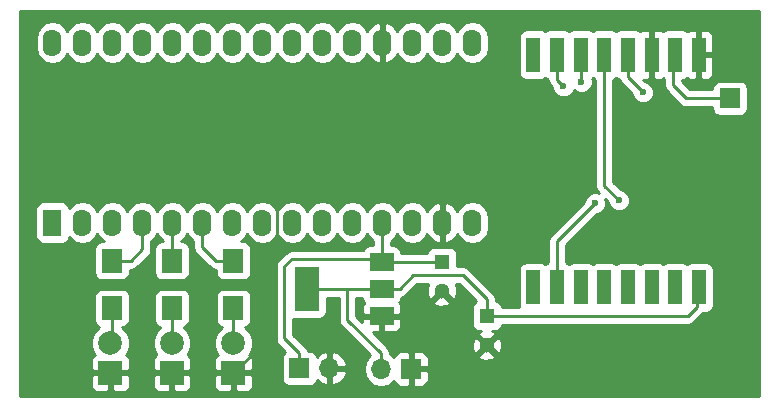
<source format=gtl>
G04 #@! TF.FileFunction,Copper,L1,Top,Signal*
%FSLAX46Y46*%
G04 Gerber Fmt 4.6, Leading zero omitted, Abs format (unit mm)*
G04 Created by KiCad (PCBNEW 4.0.5-e0-6337~49~ubuntu16.04.1) date Wed Jan 18 11:42:35 2017*
%MOMM*%
%LPD*%
G01*
G04 APERTURE LIST*
%ADD10C,0.100000*%
%ADD11R,1.200000X3.000000*%
%ADD12R,1.300000X1.300000*%
%ADD13C,1.300000*%
%ADD14R,2.000000X2.000000*%
%ADD15C,2.000000*%
%ADD16R,1.700000X1.700000*%
%ADD17R,1.700000X2.000000*%
%ADD18R,2.000000X3.800000*%
%ADD19R,2.000000X1.500000*%
%ADD20R,1.574800X2.286000*%
%ADD21O,1.574800X2.286000*%
%ADD22O,1.700000X1.700000*%
%ADD23C,0.600000*%
%ADD24C,0.250000*%
%ADD25C,0.254000*%
G04 APERTURE END LIST*
D10*
D11*
X170180000Y-118113000D03*
X172180000Y-118113000D03*
X174180000Y-118113000D03*
X176180000Y-118113000D03*
X178180000Y-118113000D03*
X180180000Y-118113000D03*
X182180000Y-118113000D03*
X184180000Y-118113000D03*
X184180000Y-98413000D03*
X182180000Y-98413000D03*
X180180000Y-98413000D03*
X178180000Y-98413000D03*
X176180000Y-98413000D03*
X174180000Y-98413000D03*
X172180000Y-98413000D03*
X170180000Y-98413000D03*
D12*
X162433000Y-115951000D03*
D13*
X162433000Y-118451000D03*
D12*
X166243000Y-120523000D03*
D13*
X166243000Y-123023000D03*
D14*
X134366000Y-125349000D03*
D15*
X134366000Y-122809000D03*
D14*
X139573000Y-125349000D03*
D15*
X139573000Y-122809000D03*
D14*
X144780000Y-125349000D03*
D15*
X144780000Y-122809000D03*
D16*
X186817000Y-102108000D03*
D17*
X134493000Y-119856000D03*
X134493000Y-115856000D03*
X139573000Y-119856000D03*
X139573000Y-115856000D03*
X144780000Y-119856000D03*
X144780000Y-115856000D03*
D18*
X151028000Y-118237000D03*
D19*
X157328000Y-118237000D03*
X157328000Y-115937000D03*
X157328000Y-120537000D03*
D20*
X129451100Y-112623600D03*
D21*
X131991100Y-112623600D03*
X134531100Y-112623600D03*
X137071100Y-112623600D03*
X139611100Y-112623600D03*
X142151100Y-112623600D03*
X144691100Y-112623600D03*
X147231100Y-112623600D03*
X149771100Y-112623600D03*
X152311100Y-112623600D03*
X154851100Y-112623600D03*
X157391100Y-112623600D03*
X159931100Y-112623600D03*
X162471100Y-112623600D03*
X165011100Y-112623600D03*
X165011100Y-97383600D03*
X162471100Y-97383600D03*
X159931100Y-97383600D03*
X157391100Y-97383600D03*
X154851100Y-97383600D03*
X152311100Y-97383600D03*
X149771100Y-97383600D03*
X147231100Y-97383600D03*
X144691100Y-97383600D03*
X142151100Y-97383600D03*
X139611100Y-97383600D03*
X137071100Y-97383600D03*
X134531100Y-97383600D03*
X131991100Y-97383600D03*
X129451100Y-97383600D03*
D16*
X150368000Y-124968000D03*
D22*
X152908000Y-124968000D03*
D16*
X159816800Y-125018800D03*
D22*
X157276800Y-125018800D03*
D23*
X175387000Y-110998000D03*
X179451000Y-101600000D03*
X177419000Y-110744000D03*
X174244000Y-100711000D03*
X172720000Y-101092000D03*
D24*
X150368000Y-124968000D02*
X150368000Y-123698000D01*
X149733000Y-115697000D02*
X157088000Y-115697000D01*
X149098000Y-116332000D02*
X149733000Y-115697000D01*
X149098000Y-122428000D02*
X149098000Y-116332000D01*
X150368000Y-123698000D02*
X149098000Y-122428000D01*
X157088000Y-115697000D02*
X157328000Y-115937000D01*
X157328000Y-115937000D02*
X157328000Y-112686700D01*
X157328000Y-112686700D02*
X157391100Y-112623600D01*
X162433000Y-115951000D02*
X157342000Y-115951000D01*
X157342000Y-115951000D02*
X157328000Y-115937000D01*
X147002500Y-123126500D02*
X147320000Y-122809000D01*
X144780000Y-125349000D02*
X147002500Y-123126500D01*
X147320000Y-122809000D02*
X147320000Y-122936000D01*
X162471100Y-111036100D02*
X162471100Y-112623600D01*
X162052000Y-110617000D02*
X162471100Y-111036100D01*
X148971000Y-110617000D02*
X162052000Y-110617000D01*
X148463000Y-111125000D02*
X148971000Y-110617000D01*
X148463000Y-113919000D02*
X148463000Y-111125000D01*
X147320000Y-115062000D02*
X148463000Y-113919000D01*
X147320000Y-122936000D02*
X147320000Y-115062000D01*
X134493000Y-119856000D02*
X134493000Y-122682000D01*
X134493000Y-122682000D02*
X134366000Y-122809000D01*
X139573000Y-119856000D02*
X139573000Y-122809000D01*
X144780000Y-119856000D02*
X144780000Y-122809000D01*
X182000000Y-98700000D02*
X182000000Y-100974000D01*
X183134000Y-102108000D02*
X186817000Y-102108000D01*
X182000000Y-100974000D02*
X183134000Y-102108000D01*
X134493000Y-115856000D02*
X136112000Y-115856000D01*
X137071100Y-114896900D02*
X137071100Y-112623600D01*
X136112000Y-115856000D02*
X137071100Y-114896900D01*
X137000000Y-112694700D02*
X137071100Y-112623600D01*
X139611100Y-112623600D02*
X139611100Y-115817900D01*
X139611100Y-115817900D02*
X139573000Y-115856000D01*
X142151100Y-112623600D02*
X142151100Y-114719100D01*
X143288000Y-115856000D02*
X144780000Y-115856000D01*
X142151100Y-114719100D02*
X143288000Y-115856000D01*
X142151100Y-112623600D02*
X142151100Y-113322100D01*
X157276800Y-125018800D02*
X157276800Y-123698000D01*
X154432000Y-120853200D02*
X154432000Y-118237000D01*
X157276800Y-123698000D02*
X154432000Y-120853200D01*
X184000000Y-118400000D02*
X184000000Y-119784000D01*
X167132000Y-120523000D02*
X166243000Y-120523000D01*
X183261000Y-120523000D02*
X167132000Y-120523000D01*
X184000000Y-119784000D02*
X183261000Y-120523000D01*
X166243000Y-120523000D02*
X166243000Y-119126000D01*
X158877000Y-118237000D02*
X157328000Y-118237000D01*
X166243000Y-119126000D02*
X164211000Y-117094000D01*
X164211000Y-117094000D02*
X160020000Y-117094000D01*
X160020000Y-117094000D02*
X158877000Y-118237000D01*
X157328000Y-118237000D02*
X158242000Y-118237000D01*
X151028000Y-118237000D02*
X154432000Y-118237000D01*
X154432000Y-118237000D02*
X157328000Y-118237000D01*
X172180000Y-114205000D02*
X172180000Y-118113000D01*
X175387000Y-110998000D02*
X172180000Y-114205000D01*
X178180000Y-100329000D02*
X178180000Y-98413000D01*
X179451000Y-101600000D02*
X178180000Y-100329000D01*
X176180000Y-98413000D02*
X176180000Y-109505000D01*
X176180000Y-109505000D02*
X177419000Y-110744000D01*
X174180000Y-100647000D02*
X174180000Y-98413000D01*
X174244000Y-100711000D02*
X174180000Y-100647000D01*
X172180000Y-98413000D02*
X172180000Y-100552000D01*
X172180000Y-100552000D02*
X172720000Y-101092000D01*
D25*
G36*
X189290000Y-127290000D02*
X126710000Y-127290000D01*
X126710000Y-125634750D01*
X132731000Y-125634750D01*
X132731000Y-126475310D01*
X132827673Y-126708699D01*
X133006302Y-126887327D01*
X133239691Y-126984000D01*
X134080250Y-126984000D01*
X134239000Y-126825250D01*
X134239000Y-125476000D01*
X134493000Y-125476000D01*
X134493000Y-126825250D01*
X134651750Y-126984000D01*
X135492309Y-126984000D01*
X135725698Y-126887327D01*
X135904327Y-126708699D01*
X136001000Y-126475310D01*
X136001000Y-125634750D01*
X137938000Y-125634750D01*
X137938000Y-126475310D01*
X138034673Y-126708699D01*
X138213302Y-126887327D01*
X138446691Y-126984000D01*
X139287250Y-126984000D01*
X139446000Y-126825250D01*
X139446000Y-125476000D01*
X139700000Y-125476000D01*
X139700000Y-126825250D01*
X139858750Y-126984000D01*
X140699309Y-126984000D01*
X140932698Y-126887327D01*
X141111327Y-126708699D01*
X141208000Y-126475310D01*
X141208000Y-125634750D01*
X143145000Y-125634750D01*
X143145000Y-126475310D01*
X143241673Y-126708699D01*
X143420302Y-126887327D01*
X143653691Y-126984000D01*
X144494250Y-126984000D01*
X144653000Y-126825250D01*
X144653000Y-125476000D01*
X144907000Y-125476000D01*
X144907000Y-126825250D01*
X145065750Y-126984000D01*
X145906309Y-126984000D01*
X146139698Y-126887327D01*
X146318327Y-126708699D01*
X146415000Y-126475310D01*
X146415000Y-125634750D01*
X146256250Y-125476000D01*
X144907000Y-125476000D01*
X144653000Y-125476000D01*
X143303750Y-125476000D01*
X143145000Y-125634750D01*
X141208000Y-125634750D01*
X141049250Y-125476000D01*
X139700000Y-125476000D01*
X139446000Y-125476000D01*
X138096750Y-125476000D01*
X137938000Y-125634750D01*
X136001000Y-125634750D01*
X135842250Y-125476000D01*
X134493000Y-125476000D01*
X134239000Y-125476000D01*
X132889750Y-125476000D01*
X132731000Y-125634750D01*
X126710000Y-125634750D01*
X126710000Y-123132795D01*
X132730716Y-123132795D01*
X132979106Y-123733943D01*
X133041251Y-123796197D01*
X133006302Y-123810673D01*
X132827673Y-123989301D01*
X132731000Y-124222690D01*
X132731000Y-125063250D01*
X132889750Y-125222000D01*
X134239000Y-125222000D01*
X134239000Y-125202000D01*
X134493000Y-125202000D01*
X134493000Y-125222000D01*
X135842250Y-125222000D01*
X136001000Y-125063250D01*
X136001000Y-124222690D01*
X135904327Y-123989301D01*
X135725698Y-123810673D01*
X135691166Y-123796370D01*
X135751278Y-123736363D01*
X136000716Y-123135648D01*
X136000718Y-123132795D01*
X137937716Y-123132795D01*
X138186106Y-123733943D01*
X138248251Y-123796197D01*
X138213302Y-123810673D01*
X138034673Y-123989301D01*
X137938000Y-124222690D01*
X137938000Y-125063250D01*
X138096750Y-125222000D01*
X139446000Y-125222000D01*
X139446000Y-125202000D01*
X139700000Y-125202000D01*
X139700000Y-125222000D01*
X141049250Y-125222000D01*
X141208000Y-125063250D01*
X141208000Y-124222690D01*
X141111327Y-123989301D01*
X140932698Y-123810673D01*
X140898166Y-123796370D01*
X140958278Y-123736363D01*
X141207716Y-123135648D01*
X141207718Y-123132795D01*
X143144716Y-123132795D01*
X143393106Y-123733943D01*
X143455251Y-123796197D01*
X143420302Y-123810673D01*
X143241673Y-123989301D01*
X143145000Y-124222690D01*
X143145000Y-125063250D01*
X143303750Y-125222000D01*
X144653000Y-125222000D01*
X144653000Y-125202000D01*
X144907000Y-125202000D01*
X144907000Y-125222000D01*
X146256250Y-125222000D01*
X146415000Y-125063250D01*
X146415000Y-124222690D01*
X146318327Y-123989301D01*
X146139698Y-123810673D01*
X146105166Y-123796370D01*
X146165278Y-123736363D01*
X146414716Y-123135648D01*
X146415284Y-122485205D01*
X146166894Y-121884057D01*
X145762124Y-121478579D01*
X145865317Y-121459162D01*
X146081441Y-121320090D01*
X146226431Y-121107890D01*
X146277440Y-120856000D01*
X146277440Y-118856000D01*
X146233162Y-118620683D01*
X146094090Y-118404559D01*
X145881890Y-118259569D01*
X145630000Y-118208560D01*
X143930000Y-118208560D01*
X143694683Y-118252838D01*
X143478559Y-118391910D01*
X143333569Y-118604110D01*
X143282560Y-118856000D01*
X143282560Y-120856000D01*
X143326838Y-121091317D01*
X143465910Y-121307441D01*
X143678110Y-121452431D01*
X143799960Y-121477106D01*
X143394722Y-121881637D01*
X143145284Y-122482352D01*
X143144716Y-123132795D01*
X141207718Y-123132795D01*
X141208284Y-122485205D01*
X140959894Y-121884057D01*
X140555124Y-121478579D01*
X140658317Y-121459162D01*
X140874441Y-121320090D01*
X141019431Y-121107890D01*
X141070440Y-120856000D01*
X141070440Y-118856000D01*
X141026162Y-118620683D01*
X140887090Y-118404559D01*
X140674890Y-118259569D01*
X140423000Y-118208560D01*
X138723000Y-118208560D01*
X138487683Y-118252838D01*
X138271559Y-118391910D01*
X138126569Y-118604110D01*
X138075560Y-118856000D01*
X138075560Y-120856000D01*
X138119838Y-121091317D01*
X138258910Y-121307441D01*
X138471110Y-121452431D01*
X138592960Y-121477106D01*
X138187722Y-121881637D01*
X137938284Y-122482352D01*
X137937716Y-123132795D01*
X136000718Y-123132795D01*
X136001284Y-122485205D01*
X135752894Y-121884057D01*
X135368207Y-121498697D01*
X135578317Y-121459162D01*
X135794441Y-121320090D01*
X135939431Y-121107890D01*
X135990440Y-120856000D01*
X135990440Y-118856000D01*
X135946162Y-118620683D01*
X135807090Y-118404559D01*
X135594890Y-118259569D01*
X135343000Y-118208560D01*
X133643000Y-118208560D01*
X133407683Y-118252838D01*
X133191559Y-118391910D01*
X133046569Y-118604110D01*
X132995560Y-118856000D01*
X132995560Y-120856000D01*
X133039838Y-121091317D01*
X133178910Y-121307441D01*
X133391110Y-121452431D01*
X133407379Y-121455725D01*
X132980722Y-121881637D01*
X132731284Y-122482352D01*
X132730716Y-123132795D01*
X126710000Y-123132795D01*
X126710000Y-111480600D01*
X128016260Y-111480600D01*
X128016260Y-113766600D01*
X128060538Y-114001917D01*
X128199610Y-114218041D01*
X128411810Y-114363031D01*
X128663700Y-114414040D01*
X130238500Y-114414040D01*
X130473817Y-114369762D01*
X130689941Y-114230690D01*
X130834931Y-114018490D01*
X130869700Y-113846797D01*
X130985311Y-114019822D01*
X131446771Y-114328159D01*
X131991100Y-114436433D01*
X132535429Y-114328159D01*
X132996889Y-114019822D01*
X133261100Y-113624401D01*
X133525311Y-114019822D01*
X133807778Y-114208560D01*
X133643000Y-114208560D01*
X133407683Y-114252838D01*
X133191559Y-114391910D01*
X133046569Y-114604110D01*
X132995560Y-114856000D01*
X132995560Y-116856000D01*
X133039838Y-117091317D01*
X133178910Y-117307441D01*
X133391110Y-117452431D01*
X133643000Y-117503440D01*
X135343000Y-117503440D01*
X135578317Y-117459162D01*
X135794441Y-117320090D01*
X135939431Y-117107890D01*
X135990440Y-116856000D01*
X135990440Y-116616000D01*
X136112000Y-116616000D01*
X136402839Y-116558148D01*
X136649401Y-116393401D01*
X137608501Y-115434301D01*
X137773248Y-115187740D01*
X137831100Y-114896900D01*
X137831100Y-114184053D01*
X138076889Y-114019822D01*
X138341100Y-113624401D01*
X138605311Y-114019822D01*
X138851100Y-114184053D01*
X138851100Y-114208560D01*
X138723000Y-114208560D01*
X138487683Y-114252838D01*
X138271559Y-114391910D01*
X138126569Y-114604110D01*
X138075560Y-114856000D01*
X138075560Y-116856000D01*
X138119838Y-117091317D01*
X138258910Y-117307441D01*
X138471110Y-117452431D01*
X138723000Y-117503440D01*
X140423000Y-117503440D01*
X140658317Y-117459162D01*
X140874441Y-117320090D01*
X141019431Y-117107890D01*
X141070440Y-116856000D01*
X141070440Y-114856000D01*
X141026162Y-114620683D01*
X140887090Y-114404559D01*
X140674890Y-114259569D01*
X140423000Y-114208560D01*
X140371100Y-114208560D01*
X140371100Y-114184053D01*
X140616889Y-114019822D01*
X140881100Y-113624401D01*
X141145311Y-114019822D01*
X141391100Y-114184053D01*
X141391100Y-114719100D01*
X141448952Y-115009939D01*
X141613699Y-115256501D01*
X142750599Y-116393401D01*
X142997160Y-116558148D01*
X143282560Y-116614918D01*
X143282560Y-116856000D01*
X143326838Y-117091317D01*
X143465910Y-117307441D01*
X143678110Y-117452431D01*
X143930000Y-117503440D01*
X145630000Y-117503440D01*
X145865317Y-117459162D01*
X146081441Y-117320090D01*
X146226431Y-117107890D01*
X146277440Y-116856000D01*
X146277440Y-114856000D01*
X146233162Y-114620683D01*
X146094090Y-114404559D01*
X145881890Y-114259569D01*
X145630000Y-114208560D01*
X145414422Y-114208560D01*
X145696889Y-114019822D01*
X145961100Y-113624401D01*
X146225311Y-114019822D01*
X146686771Y-114328159D01*
X147231100Y-114436433D01*
X147775429Y-114328159D01*
X148236889Y-114019822D01*
X148501100Y-113624401D01*
X148765311Y-114019822D01*
X149226771Y-114328159D01*
X149771100Y-114436433D01*
X150315429Y-114328159D01*
X150776889Y-114019822D01*
X151041100Y-113624401D01*
X151305311Y-114019822D01*
X151766771Y-114328159D01*
X152311100Y-114436433D01*
X152855429Y-114328159D01*
X153316889Y-114019822D01*
X153581100Y-113624401D01*
X153845311Y-114019822D01*
X154306771Y-114328159D01*
X154851100Y-114436433D01*
X155395429Y-114328159D01*
X155856889Y-114019822D01*
X156121100Y-113624401D01*
X156385311Y-114019822D01*
X156568000Y-114141891D01*
X156568000Y-114539560D01*
X156328000Y-114539560D01*
X156092683Y-114583838D01*
X155876559Y-114722910D01*
X155731569Y-114935110D01*
X155731186Y-114937000D01*
X149733000Y-114937000D01*
X149442161Y-114994852D01*
X149195599Y-115159599D01*
X148560599Y-115794599D01*
X148395852Y-116041161D01*
X148338000Y-116332000D01*
X148338000Y-122428000D01*
X148395852Y-122718839D01*
X148560599Y-122965401D01*
X149177634Y-123582436D01*
X149066559Y-123653910D01*
X148921569Y-123866110D01*
X148870560Y-124118000D01*
X148870560Y-125818000D01*
X148914838Y-126053317D01*
X149053910Y-126269441D01*
X149266110Y-126414431D01*
X149518000Y-126465440D01*
X151218000Y-126465440D01*
X151453317Y-126421162D01*
X151669441Y-126282090D01*
X151814431Y-126069890D01*
X151836301Y-125961893D01*
X152141076Y-126239645D01*
X152551110Y-126409476D01*
X152781000Y-126288155D01*
X152781000Y-125095000D01*
X153035000Y-125095000D01*
X153035000Y-126288155D01*
X153264890Y-126409476D01*
X153674924Y-126239645D01*
X154103183Y-125849358D01*
X154349486Y-125324892D01*
X154228819Y-125095000D01*
X153035000Y-125095000D01*
X152781000Y-125095000D01*
X152761000Y-125095000D01*
X152761000Y-124841000D01*
X152781000Y-124841000D01*
X152781000Y-123647845D01*
X153035000Y-123647845D01*
X153035000Y-124841000D01*
X154228819Y-124841000D01*
X154349486Y-124611108D01*
X154103183Y-124086642D01*
X153674924Y-123696355D01*
X153264890Y-123526524D01*
X153035000Y-123647845D01*
X152781000Y-123647845D01*
X152551110Y-123526524D01*
X152141076Y-123696355D01*
X151838063Y-123972501D01*
X151821162Y-123882683D01*
X151682090Y-123666559D01*
X151469890Y-123521569D01*
X151218000Y-123470560D01*
X151082759Y-123470560D01*
X151070148Y-123407160D01*
X150905401Y-123160599D01*
X149858000Y-122113198D01*
X149858000Y-120750014D01*
X150028000Y-120784440D01*
X152028000Y-120784440D01*
X152263317Y-120740162D01*
X152479441Y-120601090D01*
X152624431Y-120388890D01*
X152675440Y-120137000D01*
X152675440Y-118997000D01*
X153672000Y-118997000D01*
X153672000Y-120853200D01*
X153729852Y-121144039D01*
X153894599Y-121390601D01*
X156356771Y-123852773D01*
X156226746Y-123939653D01*
X155904839Y-124421422D01*
X155791800Y-124989707D01*
X155791800Y-125047893D01*
X155904839Y-125616178D01*
X156226746Y-126097947D01*
X156708515Y-126419854D01*
X157276800Y-126532893D01*
X157845085Y-126419854D01*
X158326854Y-126097947D01*
X158356203Y-126054023D01*
X158428473Y-126228498D01*
X158607101Y-126407127D01*
X158840490Y-126503800D01*
X159531050Y-126503800D01*
X159689800Y-126345050D01*
X159689800Y-125145800D01*
X159943800Y-125145800D01*
X159943800Y-126345050D01*
X160102550Y-126503800D01*
X160793110Y-126503800D01*
X161026499Y-126407127D01*
X161205127Y-126228498D01*
X161301800Y-125995109D01*
X161301800Y-125304550D01*
X161143050Y-125145800D01*
X159943800Y-125145800D01*
X159689800Y-125145800D01*
X159669800Y-125145800D01*
X159669800Y-124891800D01*
X159689800Y-124891800D01*
X159689800Y-123692550D01*
X159943800Y-123692550D01*
X159943800Y-124891800D01*
X161143050Y-124891800D01*
X161301800Y-124733050D01*
X161301800Y-124042491D01*
X161251898Y-123922016D01*
X165523590Y-123922016D01*
X165579271Y-124152611D01*
X166062078Y-124320622D01*
X166572428Y-124291083D01*
X166906729Y-124152611D01*
X166962410Y-123922016D01*
X166243000Y-123202605D01*
X165523590Y-123922016D01*
X161251898Y-123922016D01*
X161205127Y-123809102D01*
X161026499Y-123630473D01*
X160793110Y-123533800D01*
X160102550Y-123533800D01*
X159943800Y-123692550D01*
X159689800Y-123692550D01*
X159531050Y-123533800D01*
X158840490Y-123533800D01*
X158607101Y-123630473D01*
X158428473Y-123809102D01*
X158356203Y-123983577D01*
X158326854Y-123939653D01*
X158036800Y-123745846D01*
X158036800Y-123698000D01*
X157978948Y-123407161D01*
X157814201Y-123160599D01*
X157495680Y-122842078D01*
X164945378Y-122842078D01*
X164974917Y-123352428D01*
X165113389Y-123686729D01*
X165343984Y-123742410D01*
X166063395Y-123023000D01*
X166422605Y-123023000D01*
X167142016Y-123742410D01*
X167372611Y-123686729D01*
X167540622Y-123203922D01*
X167511083Y-122693572D01*
X167372611Y-122359271D01*
X167142016Y-122303590D01*
X166422605Y-123023000D01*
X166063395Y-123023000D01*
X165343984Y-122303590D01*
X165113389Y-122359271D01*
X164945378Y-122842078D01*
X157495680Y-122842078D01*
X156575602Y-121922000D01*
X157042250Y-121922000D01*
X157201000Y-121763250D01*
X157201000Y-120664000D01*
X157455000Y-120664000D01*
X157455000Y-121763250D01*
X157613750Y-121922000D01*
X158454309Y-121922000D01*
X158687698Y-121825327D01*
X158866327Y-121646699D01*
X158963000Y-121413310D01*
X158963000Y-120822750D01*
X158804250Y-120664000D01*
X157455000Y-120664000D01*
X157201000Y-120664000D01*
X155851750Y-120664000D01*
X155693000Y-120822750D01*
X155693000Y-121039398D01*
X155192000Y-120538398D01*
X155192000Y-118997000D01*
X155682442Y-118997000D01*
X155724838Y-119222317D01*
X155830482Y-119386492D01*
X155789673Y-119427301D01*
X155693000Y-119660690D01*
X155693000Y-120251250D01*
X155851750Y-120410000D01*
X157201000Y-120410000D01*
X157201000Y-120390000D01*
X157455000Y-120390000D01*
X157455000Y-120410000D01*
X158804250Y-120410000D01*
X158963000Y-120251250D01*
X158963000Y-119660690D01*
X158866327Y-119427301D01*
X158824366Y-119385340D01*
X158848501Y-119350016D01*
X161713590Y-119350016D01*
X161769271Y-119580611D01*
X162252078Y-119748622D01*
X162762428Y-119719083D01*
X163096729Y-119580611D01*
X163152410Y-119350016D01*
X162433000Y-118630605D01*
X161713590Y-119350016D01*
X158848501Y-119350016D01*
X158924431Y-119238890D01*
X158975440Y-118987000D01*
X158975440Y-118977419D01*
X159167839Y-118939148D01*
X159414401Y-118774401D01*
X160334802Y-117854000D01*
X161280168Y-117854000D01*
X161135378Y-118270078D01*
X161164917Y-118780428D01*
X161303389Y-119114729D01*
X161533984Y-119170410D01*
X162253395Y-118451000D01*
X162239252Y-118436858D01*
X162418858Y-118257252D01*
X162433000Y-118271395D01*
X162447142Y-118257252D01*
X162626748Y-118436858D01*
X162612605Y-118451000D01*
X163332016Y-119170410D01*
X163562611Y-119114729D01*
X163730622Y-118631922D01*
X163701083Y-118121572D01*
X163590251Y-117854000D01*
X163896198Y-117854000D01*
X165329908Y-119287710D01*
X165141559Y-119408910D01*
X164996569Y-119621110D01*
X164945560Y-119873000D01*
X164945560Y-121173000D01*
X164989838Y-121408317D01*
X165128910Y-121624441D01*
X165341110Y-121769431D01*
X165593000Y-121820440D01*
X165755385Y-121820440D01*
X165579271Y-121893389D01*
X165523590Y-122123984D01*
X166243000Y-122843395D01*
X166962410Y-122123984D01*
X166906729Y-121893389D01*
X166697098Y-121820440D01*
X166893000Y-121820440D01*
X167128317Y-121776162D01*
X167344441Y-121637090D01*
X167489431Y-121424890D01*
X167518164Y-121283000D01*
X183261000Y-121283000D01*
X183551839Y-121225148D01*
X183798401Y-121060401D01*
X184537401Y-120321401D01*
X184578134Y-120260440D01*
X184780000Y-120260440D01*
X185015317Y-120216162D01*
X185231441Y-120077090D01*
X185376431Y-119864890D01*
X185427440Y-119613000D01*
X185427440Y-116613000D01*
X185383162Y-116377683D01*
X185244090Y-116161559D01*
X185031890Y-116016569D01*
X184780000Y-115965560D01*
X183580000Y-115965560D01*
X183344683Y-116009838D01*
X183178523Y-116116759D01*
X183031890Y-116016569D01*
X182780000Y-115965560D01*
X181580000Y-115965560D01*
X181344683Y-116009838D01*
X181178523Y-116116759D01*
X181031890Y-116016569D01*
X180780000Y-115965560D01*
X179580000Y-115965560D01*
X179344683Y-116009838D01*
X179178523Y-116116759D01*
X179031890Y-116016569D01*
X178780000Y-115965560D01*
X177580000Y-115965560D01*
X177344683Y-116009838D01*
X177178523Y-116116759D01*
X177031890Y-116016569D01*
X176780000Y-115965560D01*
X175580000Y-115965560D01*
X175344683Y-116009838D01*
X175178523Y-116116759D01*
X175031890Y-116016569D01*
X174780000Y-115965560D01*
X173580000Y-115965560D01*
X173344683Y-116009838D01*
X173178523Y-116116759D01*
X173031890Y-116016569D01*
X172940000Y-115997961D01*
X172940000Y-114519802D01*
X175526680Y-111933122D01*
X175572167Y-111933162D01*
X175915943Y-111791117D01*
X176179192Y-111528327D01*
X176321838Y-111184799D01*
X176322162Y-110812833D01*
X176258178Y-110657980D01*
X176483878Y-110883680D01*
X176483838Y-110929167D01*
X176625883Y-111272943D01*
X176888673Y-111536192D01*
X177232201Y-111678838D01*
X177604167Y-111679162D01*
X177947943Y-111537117D01*
X178211192Y-111274327D01*
X178353838Y-110930799D01*
X178354162Y-110558833D01*
X178212117Y-110215057D01*
X177949327Y-109951808D01*
X177605799Y-109809162D01*
X177558923Y-109809121D01*
X176940000Y-109190198D01*
X176940000Y-100530334D01*
X177015317Y-100516162D01*
X177181477Y-100409241D01*
X177328110Y-100509431D01*
X177461253Y-100536393D01*
X177477852Y-100619839D01*
X177642599Y-100866401D01*
X178515878Y-101739680D01*
X178515838Y-101785167D01*
X178657883Y-102128943D01*
X178920673Y-102392192D01*
X179264201Y-102534838D01*
X179636167Y-102535162D01*
X179979943Y-102393117D01*
X180243192Y-102130327D01*
X180385838Y-101786799D01*
X180386162Y-101414833D01*
X180244117Y-101071057D01*
X179981327Y-100807808D01*
X179637799Y-100665162D01*
X179590923Y-100665121D01*
X179473802Y-100548000D01*
X179894250Y-100548000D01*
X180053000Y-100389250D01*
X180053000Y-98540000D01*
X180033000Y-98540000D01*
X180033000Y-98286000D01*
X180053000Y-98286000D01*
X180053000Y-96436750D01*
X180307000Y-96436750D01*
X180307000Y-98286000D01*
X180327000Y-98286000D01*
X180327000Y-98540000D01*
X180307000Y-98540000D01*
X180307000Y-100389250D01*
X180465750Y-100548000D01*
X180906310Y-100548000D01*
X181139699Y-100451327D01*
X181181660Y-100409366D01*
X181240000Y-100449228D01*
X181240000Y-100974000D01*
X181297852Y-101264839D01*
X181462599Y-101511401D01*
X182596599Y-102645401D01*
X182843160Y-102810148D01*
X183134000Y-102868000D01*
X185319560Y-102868000D01*
X185319560Y-102958000D01*
X185363838Y-103193317D01*
X185502910Y-103409441D01*
X185715110Y-103554431D01*
X185967000Y-103605440D01*
X187667000Y-103605440D01*
X187902317Y-103561162D01*
X188118441Y-103422090D01*
X188263431Y-103209890D01*
X188314440Y-102958000D01*
X188314440Y-101258000D01*
X188270162Y-101022683D01*
X188131090Y-100806559D01*
X187918890Y-100661569D01*
X187667000Y-100610560D01*
X185967000Y-100610560D01*
X185731683Y-100654838D01*
X185515559Y-100793910D01*
X185370569Y-101006110D01*
X185319560Y-101258000D01*
X185319560Y-101348000D01*
X183448802Y-101348000D01*
X182760000Y-100659198D01*
X182760000Y-100560440D01*
X182780000Y-100560440D01*
X183015317Y-100516162D01*
X183179492Y-100410518D01*
X183220301Y-100451327D01*
X183453690Y-100548000D01*
X183894250Y-100548000D01*
X184053000Y-100389250D01*
X184053000Y-98540000D01*
X184307000Y-98540000D01*
X184307000Y-100389250D01*
X184465750Y-100548000D01*
X184906310Y-100548000D01*
X185139699Y-100451327D01*
X185318327Y-100272698D01*
X185415000Y-100039309D01*
X185415000Y-98698750D01*
X185256250Y-98540000D01*
X184307000Y-98540000D01*
X184053000Y-98540000D01*
X184033000Y-98540000D01*
X184033000Y-98286000D01*
X184053000Y-98286000D01*
X184053000Y-96436750D01*
X184307000Y-96436750D01*
X184307000Y-98286000D01*
X185256250Y-98286000D01*
X185415000Y-98127250D01*
X185415000Y-96786691D01*
X185318327Y-96553302D01*
X185139699Y-96374673D01*
X184906310Y-96278000D01*
X184465750Y-96278000D01*
X184307000Y-96436750D01*
X184053000Y-96436750D01*
X183894250Y-96278000D01*
X183453690Y-96278000D01*
X183220301Y-96374673D01*
X183178340Y-96416634D01*
X183031890Y-96316569D01*
X182780000Y-96265560D01*
X181580000Y-96265560D01*
X181344683Y-96309838D01*
X181180508Y-96415482D01*
X181139699Y-96374673D01*
X180906310Y-96278000D01*
X180465750Y-96278000D01*
X180307000Y-96436750D01*
X180053000Y-96436750D01*
X179894250Y-96278000D01*
X179453690Y-96278000D01*
X179220301Y-96374673D01*
X179178340Y-96416634D01*
X179031890Y-96316569D01*
X178780000Y-96265560D01*
X177580000Y-96265560D01*
X177344683Y-96309838D01*
X177178523Y-96416759D01*
X177031890Y-96316569D01*
X176780000Y-96265560D01*
X175580000Y-96265560D01*
X175344683Y-96309838D01*
X175178523Y-96416759D01*
X175031890Y-96316569D01*
X174780000Y-96265560D01*
X173580000Y-96265560D01*
X173344683Y-96309838D01*
X173178523Y-96416759D01*
X173031890Y-96316569D01*
X172780000Y-96265560D01*
X171580000Y-96265560D01*
X171344683Y-96309838D01*
X171178523Y-96416759D01*
X171031890Y-96316569D01*
X170780000Y-96265560D01*
X169580000Y-96265560D01*
X169344683Y-96309838D01*
X169128559Y-96448910D01*
X168983569Y-96661110D01*
X168932560Y-96913000D01*
X168932560Y-99913000D01*
X168976838Y-100148317D01*
X169115910Y-100364441D01*
X169328110Y-100509431D01*
X169580000Y-100560440D01*
X170780000Y-100560440D01*
X171015317Y-100516162D01*
X171181477Y-100409241D01*
X171328110Y-100509431D01*
X171420000Y-100528039D01*
X171420000Y-100552000D01*
X171477852Y-100842839D01*
X171642599Y-101089401D01*
X171784878Y-101231680D01*
X171784838Y-101277167D01*
X171926883Y-101620943D01*
X172189673Y-101884192D01*
X172533201Y-102026838D01*
X172905167Y-102027162D01*
X173248943Y-101885117D01*
X173512192Y-101622327D01*
X173606317Y-101395649D01*
X173713673Y-101503192D01*
X174057201Y-101645838D01*
X174429167Y-101646162D01*
X174772943Y-101504117D01*
X175036192Y-101241327D01*
X175178838Y-100897799D01*
X175179162Y-100525833D01*
X175141592Y-100434906D01*
X175181477Y-100409241D01*
X175328110Y-100509431D01*
X175420000Y-100528039D01*
X175420000Y-109505000D01*
X175477852Y-109795839D01*
X175642599Y-110042401D01*
X175726957Y-110126759D01*
X175573799Y-110063162D01*
X175201833Y-110062838D01*
X174858057Y-110204883D01*
X174594808Y-110467673D01*
X174452162Y-110811201D01*
X174452121Y-110858077D01*
X171642599Y-113667599D01*
X171477852Y-113914161D01*
X171420000Y-114205000D01*
X171420000Y-115995666D01*
X171344683Y-116009838D01*
X171178523Y-116116759D01*
X171031890Y-116016569D01*
X170780000Y-115965560D01*
X169580000Y-115965560D01*
X169344683Y-116009838D01*
X169128559Y-116148910D01*
X168983569Y-116361110D01*
X168932560Y-116613000D01*
X168932560Y-119613000D01*
X168960784Y-119763000D01*
X167519742Y-119763000D01*
X167496162Y-119637683D01*
X167357090Y-119421559D01*
X167144890Y-119276569D01*
X167003000Y-119247836D01*
X167003000Y-119126000D01*
X166945148Y-118835161D01*
X166780401Y-118588599D01*
X164748401Y-116556599D01*
X164501839Y-116391852D01*
X164211000Y-116334000D01*
X163730440Y-116334000D01*
X163730440Y-115301000D01*
X163686162Y-115065683D01*
X163547090Y-114849559D01*
X163334890Y-114704569D01*
X163083000Y-114653560D01*
X161783000Y-114653560D01*
X161547683Y-114697838D01*
X161331559Y-114836910D01*
X161186569Y-115049110D01*
X161157836Y-115191000D01*
X158975440Y-115191000D01*
X158975440Y-115187000D01*
X158931162Y-114951683D01*
X158792090Y-114735559D01*
X158579890Y-114590569D01*
X158328000Y-114539560D01*
X158088000Y-114539560D01*
X158088000Y-114226215D01*
X158396889Y-114019822D01*
X158661100Y-113624401D01*
X158925311Y-114019822D01*
X159386771Y-114328159D01*
X159931100Y-114436433D01*
X160475429Y-114328159D01*
X160936889Y-114019822D01*
X161200854Y-113624770D01*
X161205575Y-113640862D01*
X161555114Y-114074791D01*
X162044104Y-114341927D01*
X162124040Y-114358610D01*
X162344100Y-114236452D01*
X162344100Y-112750600D01*
X162324100Y-112750600D01*
X162324100Y-112496600D01*
X162344100Y-112496600D01*
X162344100Y-111010748D01*
X162598100Y-111010748D01*
X162598100Y-112496600D01*
X162618100Y-112496600D01*
X162618100Y-112750600D01*
X162598100Y-112750600D01*
X162598100Y-114236452D01*
X162818160Y-114358610D01*
X162898096Y-114341927D01*
X163387086Y-114074791D01*
X163736625Y-113640862D01*
X163741346Y-113624770D01*
X164005311Y-114019822D01*
X164466771Y-114328159D01*
X165011100Y-114436433D01*
X165555429Y-114328159D01*
X166016889Y-114019822D01*
X166325226Y-113558362D01*
X166433500Y-113014033D01*
X166433500Y-112233167D01*
X166325226Y-111688838D01*
X166016889Y-111227378D01*
X165555429Y-110919041D01*
X165011100Y-110810767D01*
X164466771Y-110919041D01*
X164005311Y-111227378D01*
X163741346Y-111622430D01*
X163736625Y-111606338D01*
X163387086Y-111172409D01*
X162898096Y-110905273D01*
X162818160Y-110888590D01*
X162598100Y-111010748D01*
X162344100Y-111010748D01*
X162124040Y-110888590D01*
X162044104Y-110905273D01*
X161555114Y-111172409D01*
X161205575Y-111606338D01*
X161200854Y-111622430D01*
X160936889Y-111227378D01*
X160475429Y-110919041D01*
X159931100Y-110810767D01*
X159386771Y-110919041D01*
X158925311Y-111227378D01*
X158661100Y-111622799D01*
X158396889Y-111227378D01*
X157935429Y-110919041D01*
X157391100Y-110810767D01*
X156846771Y-110919041D01*
X156385311Y-111227378D01*
X156121100Y-111622799D01*
X155856889Y-111227378D01*
X155395429Y-110919041D01*
X154851100Y-110810767D01*
X154306771Y-110919041D01*
X153845311Y-111227378D01*
X153581100Y-111622799D01*
X153316889Y-111227378D01*
X152855429Y-110919041D01*
X152311100Y-110810767D01*
X151766771Y-110919041D01*
X151305311Y-111227378D01*
X151041100Y-111622799D01*
X150776889Y-111227378D01*
X150315429Y-110919041D01*
X149771100Y-110810767D01*
X149226771Y-110919041D01*
X148765311Y-111227378D01*
X148501100Y-111622799D01*
X148236889Y-111227378D01*
X147775429Y-110919041D01*
X147231100Y-110810767D01*
X146686771Y-110919041D01*
X146225311Y-111227378D01*
X145961100Y-111622799D01*
X145696889Y-111227378D01*
X145235429Y-110919041D01*
X144691100Y-110810767D01*
X144146771Y-110919041D01*
X143685311Y-111227378D01*
X143421100Y-111622799D01*
X143156889Y-111227378D01*
X142695429Y-110919041D01*
X142151100Y-110810767D01*
X141606771Y-110919041D01*
X141145311Y-111227378D01*
X140881100Y-111622799D01*
X140616889Y-111227378D01*
X140155429Y-110919041D01*
X139611100Y-110810767D01*
X139066771Y-110919041D01*
X138605311Y-111227378D01*
X138341100Y-111622799D01*
X138076889Y-111227378D01*
X137615429Y-110919041D01*
X137071100Y-110810767D01*
X136526771Y-110919041D01*
X136065311Y-111227378D01*
X135801100Y-111622799D01*
X135536889Y-111227378D01*
X135075429Y-110919041D01*
X134531100Y-110810767D01*
X133986771Y-110919041D01*
X133525311Y-111227378D01*
X133261100Y-111622799D01*
X132996889Y-111227378D01*
X132535429Y-110919041D01*
X131991100Y-110810767D01*
X131446771Y-110919041D01*
X130985311Y-111227378D01*
X130870597Y-111399060D01*
X130841662Y-111245283D01*
X130702590Y-111029159D01*
X130490390Y-110884169D01*
X130238500Y-110833160D01*
X128663700Y-110833160D01*
X128428383Y-110877438D01*
X128212259Y-111016510D01*
X128067269Y-111228710D01*
X128016260Y-111480600D01*
X126710000Y-111480600D01*
X126710000Y-96993167D01*
X128028700Y-96993167D01*
X128028700Y-97774033D01*
X128136974Y-98318362D01*
X128445311Y-98779822D01*
X128906771Y-99088159D01*
X129451100Y-99196433D01*
X129995429Y-99088159D01*
X130456889Y-98779822D01*
X130721100Y-98384401D01*
X130985311Y-98779822D01*
X131446771Y-99088159D01*
X131991100Y-99196433D01*
X132535429Y-99088159D01*
X132996889Y-98779822D01*
X133261100Y-98384401D01*
X133525311Y-98779822D01*
X133986771Y-99088159D01*
X134531100Y-99196433D01*
X135075429Y-99088159D01*
X135536889Y-98779822D01*
X135801100Y-98384401D01*
X136065311Y-98779822D01*
X136526771Y-99088159D01*
X137071100Y-99196433D01*
X137615429Y-99088159D01*
X138076889Y-98779822D01*
X138341100Y-98384401D01*
X138605311Y-98779822D01*
X139066771Y-99088159D01*
X139611100Y-99196433D01*
X140155429Y-99088159D01*
X140616889Y-98779822D01*
X140881100Y-98384401D01*
X141145311Y-98779822D01*
X141606771Y-99088159D01*
X142151100Y-99196433D01*
X142695429Y-99088159D01*
X143156889Y-98779822D01*
X143421100Y-98384401D01*
X143685311Y-98779822D01*
X144146771Y-99088159D01*
X144691100Y-99196433D01*
X145235429Y-99088159D01*
X145696889Y-98779822D01*
X145961100Y-98384401D01*
X146225311Y-98779822D01*
X146686771Y-99088159D01*
X147231100Y-99196433D01*
X147775429Y-99088159D01*
X148236889Y-98779822D01*
X148501100Y-98384401D01*
X148765311Y-98779822D01*
X149226771Y-99088159D01*
X149771100Y-99196433D01*
X150315429Y-99088159D01*
X150776889Y-98779822D01*
X151041100Y-98384401D01*
X151305311Y-98779822D01*
X151766771Y-99088159D01*
X152311100Y-99196433D01*
X152855429Y-99088159D01*
X153316889Y-98779822D01*
X153581100Y-98384401D01*
X153845311Y-98779822D01*
X154306771Y-99088159D01*
X154851100Y-99196433D01*
X155395429Y-99088159D01*
X155856889Y-98779822D01*
X156120854Y-98384770D01*
X156125575Y-98400862D01*
X156475114Y-98834791D01*
X156964104Y-99101927D01*
X157044040Y-99118610D01*
X157264100Y-98996452D01*
X157264100Y-97510600D01*
X157244100Y-97510600D01*
X157244100Y-97256600D01*
X157264100Y-97256600D01*
X157264100Y-95770748D01*
X157518100Y-95770748D01*
X157518100Y-97256600D01*
X157538100Y-97256600D01*
X157538100Y-97510600D01*
X157518100Y-97510600D01*
X157518100Y-98996452D01*
X157738160Y-99118610D01*
X157818096Y-99101927D01*
X158307086Y-98834791D01*
X158656625Y-98400862D01*
X158661346Y-98384770D01*
X158925311Y-98779822D01*
X159386771Y-99088159D01*
X159931100Y-99196433D01*
X160475429Y-99088159D01*
X160936889Y-98779822D01*
X161201100Y-98384401D01*
X161465311Y-98779822D01*
X161926771Y-99088159D01*
X162471100Y-99196433D01*
X163015429Y-99088159D01*
X163476889Y-98779822D01*
X163741100Y-98384401D01*
X164005311Y-98779822D01*
X164466771Y-99088159D01*
X165011100Y-99196433D01*
X165555429Y-99088159D01*
X166016889Y-98779822D01*
X166325226Y-98318362D01*
X166433500Y-97774033D01*
X166433500Y-96993167D01*
X166325226Y-96448838D01*
X166016889Y-95987378D01*
X165555429Y-95679041D01*
X165011100Y-95570767D01*
X164466771Y-95679041D01*
X164005311Y-95987378D01*
X163741100Y-96382799D01*
X163476889Y-95987378D01*
X163015429Y-95679041D01*
X162471100Y-95570767D01*
X161926771Y-95679041D01*
X161465311Y-95987378D01*
X161201100Y-96382799D01*
X160936889Y-95987378D01*
X160475429Y-95679041D01*
X159931100Y-95570767D01*
X159386771Y-95679041D01*
X158925311Y-95987378D01*
X158661346Y-96382430D01*
X158656625Y-96366338D01*
X158307086Y-95932409D01*
X157818096Y-95665273D01*
X157738160Y-95648590D01*
X157518100Y-95770748D01*
X157264100Y-95770748D01*
X157044040Y-95648590D01*
X156964104Y-95665273D01*
X156475114Y-95932409D01*
X156125575Y-96366338D01*
X156120854Y-96382430D01*
X155856889Y-95987378D01*
X155395429Y-95679041D01*
X154851100Y-95570767D01*
X154306771Y-95679041D01*
X153845311Y-95987378D01*
X153581100Y-96382799D01*
X153316889Y-95987378D01*
X152855429Y-95679041D01*
X152311100Y-95570767D01*
X151766771Y-95679041D01*
X151305311Y-95987378D01*
X151041100Y-96382799D01*
X150776889Y-95987378D01*
X150315429Y-95679041D01*
X149771100Y-95570767D01*
X149226771Y-95679041D01*
X148765311Y-95987378D01*
X148501100Y-96382799D01*
X148236889Y-95987378D01*
X147775429Y-95679041D01*
X147231100Y-95570767D01*
X146686771Y-95679041D01*
X146225311Y-95987378D01*
X145961100Y-96382799D01*
X145696889Y-95987378D01*
X145235429Y-95679041D01*
X144691100Y-95570767D01*
X144146771Y-95679041D01*
X143685311Y-95987378D01*
X143421100Y-96382799D01*
X143156889Y-95987378D01*
X142695429Y-95679041D01*
X142151100Y-95570767D01*
X141606771Y-95679041D01*
X141145311Y-95987378D01*
X140881100Y-96382799D01*
X140616889Y-95987378D01*
X140155429Y-95679041D01*
X139611100Y-95570767D01*
X139066771Y-95679041D01*
X138605311Y-95987378D01*
X138341100Y-96382799D01*
X138076889Y-95987378D01*
X137615429Y-95679041D01*
X137071100Y-95570767D01*
X136526771Y-95679041D01*
X136065311Y-95987378D01*
X135801100Y-96382799D01*
X135536889Y-95987378D01*
X135075429Y-95679041D01*
X134531100Y-95570767D01*
X133986771Y-95679041D01*
X133525311Y-95987378D01*
X133261100Y-96382799D01*
X132996889Y-95987378D01*
X132535429Y-95679041D01*
X131991100Y-95570767D01*
X131446771Y-95679041D01*
X130985311Y-95987378D01*
X130721100Y-96382799D01*
X130456889Y-95987378D01*
X129995429Y-95679041D01*
X129451100Y-95570767D01*
X128906771Y-95679041D01*
X128445311Y-95987378D01*
X128136974Y-96448838D01*
X128028700Y-96993167D01*
X126710000Y-96993167D01*
X126710000Y-94710000D01*
X189290000Y-94710000D01*
X189290000Y-127290000D01*
X189290000Y-127290000D01*
G37*
X189290000Y-127290000D02*
X126710000Y-127290000D01*
X126710000Y-125634750D01*
X132731000Y-125634750D01*
X132731000Y-126475310D01*
X132827673Y-126708699D01*
X133006302Y-126887327D01*
X133239691Y-126984000D01*
X134080250Y-126984000D01*
X134239000Y-126825250D01*
X134239000Y-125476000D01*
X134493000Y-125476000D01*
X134493000Y-126825250D01*
X134651750Y-126984000D01*
X135492309Y-126984000D01*
X135725698Y-126887327D01*
X135904327Y-126708699D01*
X136001000Y-126475310D01*
X136001000Y-125634750D01*
X137938000Y-125634750D01*
X137938000Y-126475310D01*
X138034673Y-126708699D01*
X138213302Y-126887327D01*
X138446691Y-126984000D01*
X139287250Y-126984000D01*
X139446000Y-126825250D01*
X139446000Y-125476000D01*
X139700000Y-125476000D01*
X139700000Y-126825250D01*
X139858750Y-126984000D01*
X140699309Y-126984000D01*
X140932698Y-126887327D01*
X141111327Y-126708699D01*
X141208000Y-126475310D01*
X141208000Y-125634750D01*
X143145000Y-125634750D01*
X143145000Y-126475310D01*
X143241673Y-126708699D01*
X143420302Y-126887327D01*
X143653691Y-126984000D01*
X144494250Y-126984000D01*
X144653000Y-126825250D01*
X144653000Y-125476000D01*
X144907000Y-125476000D01*
X144907000Y-126825250D01*
X145065750Y-126984000D01*
X145906309Y-126984000D01*
X146139698Y-126887327D01*
X146318327Y-126708699D01*
X146415000Y-126475310D01*
X146415000Y-125634750D01*
X146256250Y-125476000D01*
X144907000Y-125476000D01*
X144653000Y-125476000D01*
X143303750Y-125476000D01*
X143145000Y-125634750D01*
X141208000Y-125634750D01*
X141049250Y-125476000D01*
X139700000Y-125476000D01*
X139446000Y-125476000D01*
X138096750Y-125476000D01*
X137938000Y-125634750D01*
X136001000Y-125634750D01*
X135842250Y-125476000D01*
X134493000Y-125476000D01*
X134239000Y-125476000D01*
X132889750Y-125476000D01*
X132731000Y-125634750D01*
X126710000Y-125634750D01*
X126710000Y-123132795D01*
X132730716Y-123132795D01*
X132979106Y-123733943D01*
X133041251Y-123796197D01*
X133006302Y-123810673D01*
X132827673Y-123989301D01*
X132731000Y-124222690D01*
X132731000Y-125063250D01*
X132889750Y-125222000D01*
X134239000Y-125222000D01*
X134239000Y-125202000D01*
X134493000Y-125202000D01*
X134493000Y-125222000D01*
X135842250Y-125222000D01*
X136001000Y-125063250D01*
X136001000Y-124222690D01*
X135904327Y-123989301D01*
X135725698Y-123810673D01*
X135691166Y-123796370D01*
X135751278Y-123736363D01*
X136000716Y-123135648D01*
X136000718Y-123132795D01*
X137937716Y-123132795D01*
X138186106Y-123733943D01*
X138248251Y-123796197D01*
X138213302Y-123810673D01*
X138034673Y-123989301D01*
X137938000Y-124222690D01*
X137938000Y-125063250D01*
X138096750Y-125222000D01*
X139446000Y-125222000D01*
X139446000Y-125202000D01*
X139700000Y-125202000D01*
X139700000Y-125222000D01*
X141049250Y-125222000D01*
X141208000Y-125063250D01*
X141208000Y-124222690D01*
X141111327Y-123989301D01*
X140932698Y-123810673D01*
X140898166Y-123796370D01*
X140958278Y-123736363D01*
X141207716Y-123135648D01*
X141207718Y-123132795D01*
X143144716Y-123132795D01*
X143393106Y-123733943D01*
X143455251Y-123796197D01*
X143420302Y-123810673D01*
X143241673Y-123989301D01*
X143145000Y-124222690D01*
X143145000Y-125063250D01*
X143303750Y-125222000D01*
X144653000Y-125222000D01*
X144653000Y-125202000D01*
X144907000Y-125202000D01*
X144907000Y-125222000D01*
X146256250Y-125222000D01*
X146415000Y-125063250D01*
X146415000Y-124222690D01*
X146318327Y-123989301D01*
X146139698Y-123810673D01*
X146105166Y-123796370D01*
X146165278Y-123736363D01*
X146414716Y-123135648D01*
X146415284Y-122485205D01*
X146166894Y-121884057D01*
X145762124Y-121478579D01*
X145865317Y-121459162D01*
X146081441Y-121320090D01*
X146226431Y-121107890D01*
X146277440Y-120856000D01*
X146277440Y-118856000D01*
X146233162Y-118620683D01*
X146094090Y-118404559D01*
X145881890Y-118259569D01*
X145630000Y-118208560D01*
X143930000Y-118208560D01*
X143694683Y-118252838D01*
X143478559Y-118391910D01*
X143333569Y-118604110D01*
X143282560Y-118856000D01*
X143282560Y-120856000D01*
X143326838Y-121091317D01*
X143465910Y-121307441D01*
X143678110Y-121452431D01*
X143799960Y-121477106D01*
X143394722Y-121881637D01*
X143145284Y-122482352D01*
X143144716Y-123132795D01*
X141207718Y-123132795D01*
X141208284Y-122485205D01*
X140959894Y-121884057D01*
X140555124Y-121478579D01*
X140658317Y-121459162D01*
X140874441Y-121320090D01*
X141019431Y-121107890D01*
X141070440Y-120856000D01*
X141070440Y-118856000D01*
X141026162Y-118620683D01*
X140887090Y-118404559D01*
X140674890Y-118259569D01*
X140423000Y-118208560D01*
X138723000Y-118208560D01*
X138487683Y-118252838D01*
X138271559Y-118391910D01*
X138126569Y-118604110D01*
X138075560Y-118856000D01*
X138075560Y-120856000D01*
X138119838Y-121091317D01*
X138258910Y-121307441D01*
X138471110Y-121452431D01*
X138592960Y-121477106D01*
X138187722Y-121881637D01*
X137938284Y-122482352D01*
X137937716Y-123132795D01*
X136000718Y-123132795D01*
X136001284Y-122485205D01*
X135752894Y-121884057D01*
X135368207Y-121498697D01*
X135578317Y-121459162D01*
X135794441Y-121320090D01*
X135939431Y-121107890D01*
X135990440Y-120856000D01*
X135990440Y-118856000D01*
X135946162Y-118620683D01*
X135807090Y-118404559D01*
X135594890Y-118259569D01*
X135343000Y-118208560D01*
X133643000Y-118208560D01*
X133407683Y-118252838D01*
X133191559Y-118391910D01*
X133046569Y-118604110D01*
X132995560Y-118856000D01*
X132995560Y-120856000D01*
X133039838Y-121091317D01*
X133178910Y-121307441D01*
X133391110Y-121452431D01*
X133407379Y-121455725D01*
X132980722Y-121881637D01*
X132731284Y-122482352D01*
X132730716Y-123132795D01*
X126710000Y-123132795D01*
X126710000Y-111480600D01*
X128016260Y-111480600D01*
X128016260Y-113766600D01*
X128060538Y-114001917D01*
X128199610Y-114218041D01*
X128411810Y-114363031D01*
X128663700Y-114414040D01*
X130238500Y-114414040D01*
X130473817Y-114369762D01*
X130689941Y-114230690D01*
X130834931Y-114018490D01*
X130869700Y-113846797D01*
X130985311Y-114019822D01*
X131446771Y-114328159D01*
X131991100Y-114436433D01*
X132535429Y-114328159D01*
X132996889Y-114019822D01*
X133261100Y-113624401D01*
X133525311Y-114019822D01*
X133807778Y-114208560D01*
X133643000Y-114208560D01*
X133407683Y-114252838D01*
X133191559Y-114391910D01*
X133046569Y-114604110D01*
X132995560Y-114856000D01*
X132995560Y-116856000D01*
X133039838Y-117091317D01*
X133178910Y-117307441D01*
X133391110Y-117452431D01*
X133643000Y-117503440D01*
X135343000Y-117503440D01*
X135578317Y-117459162D01*
X135794441Y-117320090D01*
X135939431Y-117107890D01*
X135990440Y-116856000D01*
X135990440Y-116616000D01*
X136112000Y-116616000D01*
X136402839Y-116558148D01*
X136649401Y-116393401D01*
X137608501Y-115434301D01*
X137773248Y-115187740D01*
X137831100Y-114896900D01*
X137831100Y-114184053D01*
X138076889Y-114019822D01*
X138341100Y-113624401D01*
X138605311Y-114019822D01*
X138851100Y-114184053D01*
X138851100Y-114208560D01*
X138723000Y-114208560D01*
X138487683Y-114252838D01*
X138271559Y-114391910D01*
X138126569Y-114604110D01*
X138075560Y-114856000D01*
X138075560Y-116856000D01*
X138119838Y-117091317D01*
X138258910Y-117307441D01*
X138471110Y-117452431D01*
X138723000Y-117503440D01*
X140423000Y-117503440D01*
X140658317Y-117459162D01*
X140874441Y-117320090D01*
X141019431Y-117107890D01*
X141070440Y-116856000D01*
X141070440Y-114856000D01*
X141026162Y-114620683D01*
X140887090Y-114404559D01*
X140674890Y-114259569D01*
X140423000Y-114208560D01*
X140371100Y-114208560D01*
X140371100Y-114184053D01*
X140616889Y-114019822D01*
X140881100Y-113624401D01*
X141145311Y-114019822D01*
X141391100Y-114184053D01*
X141391100Y-114719100D01*
X141448952Y-115009939D01*
X141613699Y-115256501D01*
X142750599Y-116393401D01*
X142997160Y-116558148D01*
X143282560Y-116614918D01*
X143282560Y-116856000D01*
X143326838Y-117091317D01*
X143465910Y-117307441D01*
X143678110Y-117452431D01*
X143930000Y-117503440D01*
X145630000Y-117503440D01*
X145865317Y-117459162D01*
X146081441Y-117320090D01*
X146226431Y-117107890D01*
X146277440Y-116856000D01*
X146277440Y-114856000D01*
X146233162Y-114620683D01*
X146094090Y-114404559D01*
X145881890Y-114259569D01*
X145630000Y-114208560D01*
X145414422Y-114208560D01*
X145696889Y-114019822D01*
X145961100Y-113624401D01*
X146225311Y-114019822D01*
X146686771Y-114328159D01*
X147231100Y-114436433D01*
X147775429Y-114328159D01*
X148236889Y-114019822D01*
X148501100Y-113624401D01*
X148765311Y-114019822D01*
X149226771Y-114328159D01*
X149771100Y-114436433D01*
X150315429Y-114328159D01*
X150776889Y-114019822D01*
X151041100Y-113624401D01*
X151305311Y-114019822D01*
X151766771Y-114328159D01*
X152311100Y-114436433D01*
X152855429Y-114328159D01*
X153316889Y-114019822D01*
X153581100Y-113624401D01*
X153845311Y-114019822D01*
X154306771Y-114328159D01*
X154851100Y-114436433D01*
X155395429Y-114328159D01*
X155856889Y-114019822D01*
X156121100Y-113624401D01*
X156385311Y-114019822D01*
X156568000Y-114141891D01*
X156568000Y-114539560D01*
X156328000Y-114539560D01*
X156092683Y-114583838D01*
X155876559Y-114722910D01*
X155731569Y-114935110D01*
X155731186Y-114937000D01*
X149733000Y-114937000D01*
X149442161Y-114994852D01*
X149195599Y-115159599D01*
X148560599Y-115794599D01*
X148395852Y-116041161D01*
X148338000Y-116332000D01*
X148338000Y-122428000D01*
X148395852Y-122718839D01*
X148560599Y-122965401D01*
X149177634Y-123582436D01*
X149066559Y-123653910D01*
X148921569Y-123866110D01*
X148870560Y-124118000D01*
X148870560Y-125818000D01*
X148914838Y-126053317D01*
X149053910Y-126269441D01*
X149266110Y-126414431D01*
X149518000Y-126465440D01*
X151218000Y-126465440D01*
X151453317Y-126421162D01*
X151669441Y-126282090D01*
X151814431Y-126069890D01*
X151836301Y-125961893D01*
X152141076Y-126239645D01*
X152551110Y-126409476D01*
X152781000Y-126288155D01*
X152781000Y-125095000D01*
X153035000Y-125095000D01*
X153035000Y-126288155D01*
X153264890Y-126409476D01*
X153674924Y-126239645D01*
X154103183Y-125849358D01*
X154349486Y-125324892D01*
X154228819Y-125095000D01*
X153035000Y-125095000D01*
X152781000Y-125095000D01*
X152761000Y-125095000D01*
X152761000Y-124841000D01*
X152781000Y-124841000D01*
X152781000Y-123647845D01*
X153035000Y-123647845D01*
X153035000Y-124841000D01*
X154228819Y-124841000D01*
X154349486Y-124611108D01*
X154103183Y-124086642D01*
X153674924Y-123696355D01*
X153264890Y-123526524D01*
X153035000Y-123647845D01*
X152781000Y-123647845D01*
X152551110Y-123526524D01*
X152141076Y-123696355D01*
X151838063Y-123972501D01*
X151821162Y-123882683D01*
X151682090Y-123666559D01*
X151469890Y-123521569D01*
X151218000Y-123470560D01*
X151082759Y-123470560D01*
X151070148Y-123407160D01*
X150905401Y-123160599D01*
X149858000Y-122113198D01*
X149858000Y-120750014D01*
X150028000Y-120784440D01*
X152028000Y-120784440D01*
X152263317Y-120740162D01*
X152479441Y-120601090D01*
X152624431Y-120388890D01*
X152675440Y-120137000D01*
X152675440Y-118997000D01*
X153672000Y-118997000D01*
X153672000Y-120853200D01*
X153729852Y-121144039D01*
X153894599Y-121390601D01*
X156356771Y-123852773D01*
X156226746Y-123939653D01*
X155904839Y-124421422D01*
X155791800Y-124989707D01*
X155791800Y-125047893D01*
X155904839Y-125616178D01*
X156226746Y-126097947D01*
X156708515Y-126419854D01*
X157276800Y-126532893D01*
X157845085Y-126419854D01*
X158326854Y-126097947D01*
X158356203Y-126054023D01*
X158428473Y-126228498D01*
X158607101Y-126407127D01*
X158840490Y-126503800D01*
X159531050Y-126503800D01*
X159689800Y-126345050D01*
X159689800Y-125145800D01*
X159943800Y-125145800D01*
X159943800Y-126345050D01*
X160102550Y-126503800D01*
X160793110Y-126503800D01*
X161026499Y-126407127D01*
X161205127Y-126228498D01*
X161301800Y-125995109D01*
X161301800Y-125304550D01*
X161143050Y-125145800D01*
X159943800Y-125145800D01*
X159689800Y-125145800D01*
X159669800Y-125145800D01*
X159669800Y-124891800D01*
X159689800Y-124891800D01*
X159689800Y-123692550D01*
X159943800Y-123692550D01*
X159943800Y-124891800D01*
X161143050Y-124891800D01*
X161301800Y-124733050D01*
X161301800Y-124042491D01*
X161251898Y-123922016D01*
X165523590Y-123922016D01*
X165579271Y-124152611D01*
X166062078Y-124320622D01*
X166572428Y-124291083D01*
X166906729Y-124152611D01*
X166962410Y-123922016D01*
X166243000Y-123202605D01*
X165523590Y-123922016D01*
X161251898Y-123922016D01*
X161205127Y-123809102D01*
X161026499Y-123630473D01*
X160793110Y-123533800D01*
X160102550Y-123533800D01*
X159943800Y-123692550D01*
X159689800Y-123692550D01*
X159531050Y-123533800D01*
X158840490Y-123533800D01*
X158607101Y-123630473D01*
X158428473Y-123809102D01*
X158356203Y-123983577D01*
X158326854Y-123939653D01*
X158036800Y-123745846D01*
X158036800Y-123698000D01*
X157978948Y-123407161D01*
X157814201Y-123160599D01*
X157495680Y-122842078D01*
X164945378Y-122842078D01*
X164974917Y-123352428D01*
X165113389Y-123686729D01*
X165343984Y-123742410D01*
X166063395Y-123023000D01*
X166422605Y-123023000D01*
X167142016Y-123742410D01*
X167372611Y-123686729D01*
X167540622Y-123203922D01*
X167511083Y-122693572D01*
X167372611Y-122359271D01*
X167142016Y-122303590D01*
X166422605Y-123023000D01*
X166063395Y-123023000D01*
X165343984Y-122303590D01*
X165113389Y-122359271D01*
X164945378Y-122842078D01*
X157495680Y-122842078D01*
X156575602Y-121922000D01*
X157042250Y-121922000D01*
X157201000Y-121763250D01*
X157201000Y-120664000D01*
X157455000Y-120664000D01*
X157455000Y-121763250D01*
X157613750Y-121922000D01*
X158454309Y-121922000D01*
X158687698Y-121825327D01*
X158866327Y-121646699D01*
X158963000Y-121413310D01*
X158963000Y-120822750D01*
X158804250Y-120664000D01*
X157455000Y-120664000D01*
X157201000Y-120664000D01*
X155851750Y-120664000D01*
X155693000Y-120822750D01*
X155693000Y-121039398D01*
X155192000Y-120538398D01*
X155192000Y-118997000D01*
X155682442Y-118997000D01*
X155724838Y-119222317D01*
X155830482Y-119386492D01*
X155789673Y-119427301D01*
X155693000Y-119660690D01*
X155693000Y-120251250D01*
X155851750Y-120410000D01*
X157201000Y-120410000D01*
X157201000Y-120390000D01*
X157455000Y-120390000D01*
X157455000Y-120410000D01*
X158804250Y-120410000D01*
X158963000Y-120251250D01*
X158963000Y-119660690D01*
X158866327Y-119427301D01*
X158824366Y-119385340D01*
X158848501Y-119350016D01*
X161713590Y-119350016D01*
X161769271Y-119580611D01*
X162252078Y-119748622D01*
X162762428Y-119719083D01*
X163096729Y-119580611D01*
X163152410Y-119350016D01*
X162433000Y-118630605D01*
X161713590Y-119350016D01*
X158848501Y-119350016D01*
X158924431Y-119238890D01*
X158975440Y-118987000D01*
X158975440Y-118977419D01*
X159167839Y-118939148D01*
X159414401Y-118774401D01*
X160334802Y-117854000D01*
X161280168Y-117854000D01*
X161135378Y-118270078D01*
X161164917Y-118780428D01*
X161303389Y-119114729D01*
X161533984Y-119170410D01*
X162253395Y-118451000D01*
X162239252Y-118436858D01*
X162418858Y-118257252D01*
X162433000Y-118271395D01*
X162447142Y-118257252D01*
X162626748Y-118436858D01*
X162612605Y-118451000D01*
X163332016Y-119170410D01*
X163562611Y-119114729D01*
X163730622Y-118631922D01*
X163701083Y-118121572D01*
X163590251Y-117854000D01*
X163896198Y-117854000D01*
X165329908Y-119287710D01*
X165141559Y-119408910D01*
X164996569Y-119621110D01*
X164945560Y-119873000D01*
X164945560Y-121173000D01*
X164989838Y-121408317D01*
X165128910Y-121624441D01*
X165341110Y-121769431D01*
X165593000Y-121820440D01*
X165755385Y-121820440D01*
X165579271Y-121893389D01*
X165523590Y-122123984D01*
X166243000Y-122843395D01*
X166962410Y-122123984D01*
X166906729Y-121893389D01*
X166697098Y-121820440D01*
X166893000Y-121820440D01*
X167128317Y-121776162D01*
X167344441Y-121637090D01*
X167489431Y-121424890D01*
X167518164Y-121283000D01*
X183261000Y-121283000D01*
X183551839Y-121225148D01*
X183798401Y-121060401D01*
X184537401Y-120321401D01*
X184578134Y-120260440D01*
X184780000Y-120260440D01*
X185015317Y-120216162D01*
X185231441Y-120077090D01*
X185376431Y-119864890D01*
X185427440Y-119613000D01*
X185427440Y-116613000D01*
X185383162Y-116377683D01*
X185244090Y-116161559D01*
X185031890Y-116016569D01*
X184780000Y-115965560D01*
X183580000Y-115965560D01*
X183344683Y-116009838D01*
X183178523Y-116116759D01*
X183031890Y-116016569D01*
X182780000Y-115965560D01*
X181580000Y-115965560D01*
X181344683Y-116009838D01*
X181178523Y-116116759D01*
X181031890Y-116016569D01*
X180780000Y-115965560D01*
X179580000Y-115965560D01*
X179344683Y-116009838D01*
X179178523Y-116116759D01*
X179031890Y-116016569D01*
X178780000Y-115965560D01*
X177580000Y-115965560D01*
X177344683Y-116009838D01*
X177178523Y-116116759D01*
X177031890Y-116016569D01*
X176780000Y-115965560D01*
X175580000Y-115965560D01*
X175344683Y-116009838D01*
X175178523Y-116116759D01*
X175031890Y-116016569D01*
X174780000Y-115965560D01*
X173580000Y-115965560D01*
X173344683Y-116009838D01*
X173178523Y-116116759D01*
X173031890Y-116016569D01*
X172940000Y-115997961D01*
X172940000Y-114519802D01*
X175526680Y-111933122D01*
X175572167Y-111933162D01*
X175915943Y-111791117D01*
X176179192Y-111528327D01*
X176321838Y-111184799D01*
X176322162Y-110812833D01*
X176258178Y-110657980D01*
X176483878Y-110883680D01*
X176483838Y-110929167D01*
X176625883Y-111272943D01*
X176888673Y-111536192D01*
X177232201Y-111678838D01*
X177604167Y-111679162D01*
X177947943Y-111537117D01*
X178211192Y-111274327D01*
X178353838Y-110930799D01*
X178354162Y-110558833D01*
X178212117Y-110215057D01*
X177949327Y-109951808D01*
X177605799Y-109809162D01*
X177558923Y-109809121D01*
X176940000Y-109190198D01*
X176940000Y-100530334D01*
X177015317Y-100516162D01*
X177181477Y-100409241D01*
X177328110Y-100509431D01*
X177461253Y-100536393D01*
X177477852Y-100619839D01*
X177642599Y-100866401D01*
X178515878Y-101739680D01*
X178515838Y-101785167D01*
X178657883Y-102128943D01*
X178920673Y-102392192D01*
X179264201Y-102534838D01*
X179636167Y-102535162D01*
X179979943Y-102393117D01*
X180243192Y-102130327D01*
X180385838Y-101786799D01*
X180386162Y-101414833D01*
X180244117Y-101071057D01*
X179981327Y-100807808D01*
X179637799Y-100665162D01*
X179590923Y-100665121D01*
X179473802Y-100548000D01*
X179894250Y-100548000D01*
X180053000Y-100389250D01*
X180053000Y-98540000D01*
X180033000Y-98540000D01*
X180033000Y-98286000D01*
X180053000Y-98286000D01*
X180053000Y-96436750D01*
X180307000Y-96436750D01*
X180307000Y-98286000D01*
X180327000Y-98286000D01*
X180327000Y-98540000D01*
X180307000Y-98540000D01*
X180307000Y-100389250D01*
X180465750Y-100548000D01*
X180906310Y-100548000D01*
X181139699Y-100451327D01*
X181181660Y-100409366D01*
X181240000Y-100449228D01*
X181240000Y-100974000D01*
X181297852Y-101264839D01*
X181462599Y-101511401D01*
X182596599Y-102645401D01*
X182843160Y-102810148D01*
X183134000Y-102868000D01*
X185319560Y-102868000D01*
X185319560Y-102958000D01*
X185363838Y-103193317D01*
X185502910Y-103409441D01*
X185715110Y-103554431D01*
X185967000Y-103605440D01*
X187667000Y-103605440D01*
X187902317Y-103561162D01*
X188118441Y-103422090D01*
X188263431Y-103209890D01*
X188314440Y-102958000D01*
X188314440Y-101258000D01*
X188270162Y-101022683D01*
X188131090Y-100806559D01*
X187918890Y-100661569D01*
X187667000Y-100610560D01*
X185967000Y-100610560D01*
X185731683Y-100654838D01*
X185515559Y-100793910D01*
X185370569Y-101006110D01*
X185319560Y-101258000D01*
X185319560Y-101348000D01*
X183448802Y-101348000D01*
X182760000Y-100659198D01*
X182760000Y-100560440D01*
X182780000Y-100560440D01*
X183015317Y-100516162D01*
X183179492Y-100410518D01*
X183220301Y-100451327D01*
X183453690Y-100548000D01*
X183894250Y-100548000D01*
X184053000Y-100389250D01*
X184053000Y-98540000D01*
X184307000Y-98540000D01*
X184307000Y-100389250D01*
X184465750Y-100548000D01*
X184906310Y-100548000D01*
X185139699Y-100451327D01*
X185318327Y-100272698D01*
X185415000Y-100039309D01*
X185415000Y-98698750D01*
X185256250Y-98540000D01*
X184307000Y-98540000D01*
X184053000Y-98540000D01*
X184033000Y-98540000D01*
X184033000Y-98286000D01*
X184053000Y-98286000D01*
X184053000Y-96436750D01*
X184307000Y-96436750D01*
X184307000Y-98286000D01*
X185256250Y-98286000D01*
X185415000Y-98127250D01*
X185415000Y-96786691D01*
X185318327Y-96553302D01*
X185139699Y-96374673D01*
X184906310Y-96278000D01*
X184465750Y-96278000D01*
X184307000Y-96436750D01*
X184053000Y-96436750D01*
X183894250Y-96278000D01*
X183453690Y-96278000D01*
X183220301Y-96374673D01*
X183178340Y-96416634D01*
X183031890Y-96316569D01*
X182780000Y-96265560D01*
X181580000Y-96265560D01*
X181344683Y-96309838D01*
X181180508Y-96415482D01*
X181139699Y-96374673D01*
X180906310Y-96278000D01*
X180465750Y-96278000D01*
X180307000Y-96436750D01*
X180053000Y-96436750D01*
X179894250Y-96278000D01*
X179453690Y-96278000D01*
X179220301Y-96374673D01*
X179178340Y-96416634D01*
X179031890Y-96316569D01*
X178780000Y-96265560D01*
X177580000Y-96265560D01*
X177344683Y-96309838D01*
X177178523Y-96416759D01*
X177031890Y-96316569D01*
X176780000Y-96265560D01*
X175580000Y-96265560D01*
X175344683Y-96309838D01*
X175178523Y-96416759D01*
X175031890Y-96316569D01*
X174780000Y-96265560D01*
X173580000Y-96265560D01*
X173344683Y-96309838D01*
X173178523Y-96416759D01*
X173031890Y-96316569D01*
X172780000Y-96265560D01*
X171580000Y-96265560D01*
X171344683Y-96309838D01*
X171178523Y-96416759D01*
X171031890Y-96316569D01*
X170780000Y-96265560D01*
X169580000Y-96265560D01*
X169344683Y-96309838D01*
X169128559Y-96448910D01*
X168983569Y-96661110D01*
X168932560Y-96913000D01*
X168932560Y-99913000D01*
X168976838Y-100148317D01*
X169115910Y-100364441D01*
X169328110Y-100509431D01*
X169580000Y-100560440D01*
X170780000Y-100560440D01*
X171015317Y-100516162D01*
X171181477Y-100409241D01*
X171328110Y-100509431D01*
X171420000Y-100528039D01*
X171420000Y-100552000D01*
X171477852Y-100842839D01*
X171642599Y-101089401D01*
X171784878Y-101231680D01*
X171784838Y-101277167D01*
X171926883Y-101620943D01*
X172189673Y-101884192D01*
X172533201Y-102026838D01*
X172905167Y-102027162D01*
X173248943Y-101885117D01*
X173512192Y-101622327D01*
X173606317Y-101395649D01*
X173713673Y-101503192D01*
X174057201Y-101645838D01*
X174429167Y-101646162D01*
X174772943Y-101504117D01*
X175036192Y-101241327D01*
X175178838Y-100897799D01*
X175179162Y-100525833D01*
X175141592Y-100434906D01*
X175181477Y-100409241D01*
X175328110Y-100509431D01*
X175420000Y-100528039D01*
X175420000Y-109505000D01*
X175477852Y-109795839D01*
X175642599Y-110042401D01*
X175726957Y-110126759D01*
X175573799Y-110063162D01*
X175201833Y-110062838D01*
X174858057Y-110204883D01*
X174594808Y-110467673D01*
X174452162Y-110811201D01*
X174452121Y-110858077D01*
X171642599Y-113667599D01*
X171477852Y-113914161D01*
X171420000Y-114205000D01*
X171420000Y-115995666D01*
X171344683Y-116009838D01*
X171178523Y-116116759D01*
X171031890Y-116016569D01*
X170780000Y-115965560D01*
X169580000Y-115965560D01*
X169344683Y-116009838D01*
X169128559Y-116148910D01*
X168983569Y-116361110D01*
X168932560Y-116613000D01*
X168932560Y-119613000D01*
X168960784Y-119763000D01*
X167519742Y-119763000D01*
X167496162Y-119637683D01*
X167357090Y-119421559D01*
X167144890Y-119276569D01*
X167003000Y-119247836D01*
X167003000Y-119126000D01*
X166945148Y-118835161D01*
X166780401Y-118588599D01*
X164748401Y-116556599D01*
X164501839Y-116391852D01*
X164211000Y-116334000D01*
X163730440Y-116334000D01*
X163730440Y-115301000D01*
X163686162Y-115065683D01*
X163547090Y-114849559D01*
X163334890Y-114704569D01*
X163083000Y-114653560D01*
X161783000Y-114653560D01*
X161547683Y-114697838D01*
X161331559Y-114836910D01*
X161186569Y-115049110D01*
X161157836Y-115191000D01*
X158975440Y-115191000D01*
X158975440Y-115187000D01*
X158931162Y-114951683D01*
X158792090Y-114735559D01*
X158579890Y-114590569D01*
X158328000Y-114539560D01*
X158088000Y-114539560D01*
X158088000Y-114226215D01*
X158396889Y-114019822D01*
X158661100Y-113624401D01*
X158925311Y-114019822D01*
X159386771Y-114328159D01*
X159931100Y-114436433D01*
X160475429Y-114328159D01*
X160936889Y-114019822D01*
X161200854Y-113624770D01*
X161205575Y-113640862D01*
X161555114Y-114074791D01*
X162044104Y-114341927D01*
X162124040Y-114358610D01*
X162344100Y-114236452D01*
X162344100Y-112750600D01*
X162324100Y-112750600D01*
X162324100Y-112496600D01*
X162344100Y-112496600D01*
X162344100Y-111010748D01*
X162598100Y-111010748D01*
X162598100Y-112496600D01*
X162618100Y-112496600D01*
X162618100Y-112750600D01*
X162598100Y-112750600D01*
X162598100Y-114236452D01*
X162818160Y-114358610D01*
X162898096Y-114341927D01*
X163387086Y-114074791D01*
X163736625Y-113640862D01*
X163741346Y-113624770D01*
X164005311Y-114019822D01*
X164466771Y-114328159D01*
X165011100Y-114436433D01*
X165555429Y-114328159D01*
X166016889Y-114019822D01*
X166325226Y-113558362D01*
X166433500Y-113014033D01*
X166433500Y-112233167D01*
X166325226Y-111688838D01*
X166016889Y-111227378D01*
X165555429Y-110919041D01*
X165011100Y-110810767D01*
X164466771Y-110919041D01*
X164005311Y-111227378D01*
X163741346Y-111622430D01*
X163736625Y-111606338D01*
X163387086Y-111172409D01*
X162898096Y-110905273D01*
X162818160Y-110888590D01*
X162598100Y-111010748D01*
X162344100Y-111010748D01*
X162124040Y-110888590D01*
X162044104Y-110905273D01*
X161555114Y-111172409D01*
X161205575Y-111606338D01*
X161200854Y-111622430D01*
X160936889Y-111227378D01*
X160475429Y-110919041D01*
X159931100Y-110810767D01*
X159386771Y-110919041D01*
X158925311Y-111227378D01*
X158661100Y-111622799D01*
X158396889Y-111227378D01*
X157935429Y-110919041D01*
X157391100Y-110810767D01*
X156846771Y-110919041D01*
X156385311Y-111227378D01*
X156121100Y-111622799D01*
X155856889Y-111227378D01*
X155395429Y-110919041D01*
X154851100Y-110810767D01*
X154306771Y-110919041D01*
X153845311Y-111227378D01*
X153581100Y-111622799D01*
X153316889Y-111227378D01*
X152855429Y-110919041D01*
X152311100Y-110810767D01*
X151766771Y-110919041D01*
X151305311Y-111227378D01*
X151041100Y-111622799D01*
X150776889Y-111227378D01*
X150315429Y-110919041D01*
X149771100Y-110810767D01*
X149226771Y-110919041D01*
X148765311Y-111227378D01*
X148501100Y-111622799D01*
X148236889Y-111227378D01*
X147775429Y-110919041D01*
X147231100Y-110810767D01*
X146686771Y-110919041D01*
X146225311Y-111227378D01*
X145961100Y-111622799D01*
X145696889Y-111227378D01*
X145235429Y-110919041D01*
X144691100Y-110810767D01*
X144146771Y-110919041D01*
X143685311Y-111227378D01*
X143421100Y-111622799D01*
X143156889Y-111227378D01*
X142695429Y-110919041D01*
X142151100Y-110810767D01*
X141606771Y-110919041D01*
X141145311Y-111227378D01*
X140881100Y-111622799D01*
X140616889Y-111227378D01*
X140155429Y-110919041D01*
X139611100Y-110810767D01*
X139066771Y-110919041D01*
X138605311Y-111227378D01*
X138341100Y-111622799D01*
X138076889Y-111227378D01*
X137615429Y-110919041D01*
X137071100Y-110810767D01*
X136526771Y-110919041D01*
X136065311Y-111227378D01*
X135801100Y-111622799D01*
X135536889Y-111227378D01*
X135075429Y-110919041D01*
X134531100Y-110810767D01*
X133986771Y-110919041D01*
X133525311Y-111227378D01*
X133261100Y-111622799D01*
X132996889Y-111227378D01*
X132535429Y-110919041D01*
X131991100Y-110810767D01*
X131446771Y-110919041D01*
X130985311Y-111227378D01*
X130870597Y-111399060D01*
X130841662Y-111245283D01*
X130702590Y-111029159D01*
X130490390Y-110884169D01*
X130238500Y-110833160D01*
X128663700Y-110833160D01*
X128428383Y-110877438D01*
X128212259Y-111016510D01*
X128067269Y-111228710D01*
X128016260Y-111480600D01*
X126710000Y-111480600D01*
X126710000Y-96993167D01*
X128028700Y-96993167D01*
X128028700Y-97774033D01*
X128136974Y-98318362D01*
X128445311Y-98779822D01*
X128906771Y-99088159D01*
X129451100Y-99196433D01*
X129995429Y-99088159D01*
X130456889Y-98779822D01*
X130721100Y-98384401D01*
X130985311Y-98779822D01*
X131446771Y-99088159D01*
X131991100Y-99196433D01*
X132535429Y-99088159D01*
X132996889Y-98779822D01*
X133261100Y-98384401D01*
X133525311Y-98779822D01*
X133986771Y-99088159D01*
X134531100Y-99196433D01*
X135075429Y-99088159D01*
X135536889Y-98779822D01*
X135801100Y-98384401D01*
X136065311Y-98779822D01*
X136526771Y-99088159D01*
X137071100Y-99196433D01*
X137615429Y-99088159D01*
X138076889Y-98779822D01*
X138341100Y-98384401D01*
X138605311Y-98779822D01*
X139066771Y-99088159D01*
X139611100Y-99196433D01*
X140155429Y-99088159D01*
X140616889Y-98779822D01*
X140881100Y-98384401D01*
X141145311Y-98779822D01*
X141606771Y-99088159D01*
X142151100Y-99196433D01*
X142695429Y-99088159D01*
X143156889Y-98779822D01*
X143421100Y-98384401D01*
X143685311Y-98779822D01*
X144146771Y-99088159D01*
X144691100Y-99196433D01*
X145235429Y-99088159D01*
X145696889Y-98779822D01*
X145961100Y-98384401D01*
X146225311Y-98779822D01*
X146686771Y-99088159D01*
X147231100Y-99196433D01*
X147775429Y-99088159D01*
X148236889Y-98779822D01*
X148501100Y-98384401D01*
X148765311Y-98779822D01*
X149226771Y-99088159D01*
X149771100Y-99196433D01*
X150315429Y-99088159D01*
X150776889Y-98779822D01*
X151041100Y-98384401D01*
X151305311Y-98779822D01*
X151766771Y-99088159D01*
X152311100Y-99196433D01*
X152855429Y-99088159D01*
X153316889Y-98779822D01*
X153581100Y-98384401D01*
X153845311Y-98779822D01*
X154306771Y-99088159D01*
X154851100Y-99196433D01*
X155395429Y-99088159D01*
X155856889Y-98779822D01*
X156120854Y-98384770D01*
X156125575Y-98400862D01*
X156475114Y-98834791D01*
X156964104Y-99101927D01*
X157044040Y-99118610D01*
X157264100Y-98996452D01*
X157264100Y-97510600D01*
X157244100Y-97510600D01*
X157244100Y-97256600D01*
X157264100Y-97256600D01*
X157264100Y-95770748D01*
X157518100Y-95770748D01*
X157518100Y-97256600D01*
X157538100Y-97256600D01*
X157538100Y-97510600D01*
X157518100Y-97510600D01*
X157518100Y-98996452D01*
X157738160Y-99118610D01*
X157818096Y-99101927D01*
X158307086Y-98834791D01*
X158656625Y-98400862D01*
X158661346Y-98384770D01*
X158925311Y-98779822D01*
X159386771Y-99088159D01*
X159931100Y-99196433D01*
X160475429Y-99088159D01*
X160936889Y-98779822D01*
X161201100Y-98384401D01*
X161465311Y-98779822D01*
X161926771Y-99088159D01*
X162471100Y-99196433D01*
X163015429Y-99088159D01*
X163476889Y-98779822D01*
X163741100Y-98384401D01*
X164005311Y-98779822D01*
X164466771Y-99088159D01*
X165011100Y-99196433D01*
X165555429Y-99088159D01*
X166016889Y-98779822D01*
X166325226Y-98318362D01*
X166433500Y-97774033D01*
X166433500Y-96993167D01*
X166325226Y-96448838D01*
X166016889Y-95987378D01*
X165555429Y-95679041D01*
X165011100Y-95570767D01*
X164466771Y-95679041D01*
X164005311Y-95987378D01*
X163741100Y-96382799D01*
X163476889Y-95987378D01*
X163015429Y-95679041D01*
X162471100Y-95570767D01*
X161926771Y-95679041D01*
X161465311Y-95987378D01*
X161201100Y-96382799D01*
X160936889Y-95987378D01*
X160475429Y-95679041D01*
X159931100Y-95570767D01*
X159386771Y-95679041D01*
X158925311Y-95987378D01*
X158661346Y-96382430D01*
X158656625Y-96366338D01*
X158307086Y-95932409D01*
X157818096Y-95665273D01*
X157738160Y-95648590D01*
X157518100Y-95770748D01*
X157264100Y-95770748D01*
X157044040Y-95648590D01*
X156964104Y-95665273D01*
X156475114Y-95932409D01*
X156125575Y-96366338D01*
X156120854Y-96382430D01*
X155856889Y-95987378D01*
X155395429Y-95679041D01*
X154851100Y-95570767D01*
X154306771Y-95679041D01*
X153845311Y-95987378D01*
X153581100Y-96382799D01*
X153316889Y-95987378D01*
X152855429Y-95679041D01*
X152311100Y-95570767D01*
X151766771Y-95679041D01*
X151305311Y-95987378D01*
X151041100Y-96382799D01*
X150776889Y-95987378D01*
X150315429Y-95679041D01*
X149771100Y-95570767D01*
X149226771Y-95679041D01*
X148765311Y-95987378D01*
X148501100Y-96382799D01*
X148236889Y-95987378D01*
X147775429Y-95679041D01*
X147231100Y-95570767D01*
X146686771Y-95679041D01*
X146225311Y-95987378D01*
X145961100Y-96382799D01*
X145696889Y-95987378D01*
X145235429Y-95679041D01*
X144691100Y-95570767D01*
X144146771Y-95679041D01*
X143685311Y-95987378D01*
X143421100Y-96382799D01*
X143156889Y-95987378D01*
X142695429Y-95679041D01*
X142151100Y-95570767D01*
X141606771Y-95679041D01*
X141145311Y-95987378D01*
X140881100Y-96382799D01*
X140616889Y-95987378D01*
X140155429Y-95679041D01*
X139611100Y-95570767D01*
X139066771Y-95679041D01*
X138605311Y-95987378D01*
X138341100Y-96382799D01*
X138076889Y-95987378D01*
X137615429Y-95679041D01*
X137071100Y-95570767D01*
X136526771Y-95679041D01*
X136065311Y-95987378D01*
X135801100Y-96382799D01*
X135536889Y-95987378D01*
X135075429Y-95679041D01*
X134531100Y-95570767D01*
X133986771Y-95679041D01*
X133525311Y-95987378D01*
X133261100Y-96382799D01*
X132996889Y-95987378D01*
X132535429Y-95679041D01*
X131991100Y-95570767D01*
X131446771Y-95679041D01*
X130985311Y-95987378D01*
X130721100Y-96382799D01*
X130456889Y-95987378D01*
X129995429Y-95679041D01*
X129451100Y-95570767D01*
X128906771Y-95679041D01*
X128445311Y-95987378D01*
X128136974Y-96448838D01*
X128028700Y-96993167D01*
X126710000Y-96993167D01*
X126710000Y-94710000D01*
X189290000Y-94710000D01*
X189290000Y-127290000D01*
M02*

</source>
